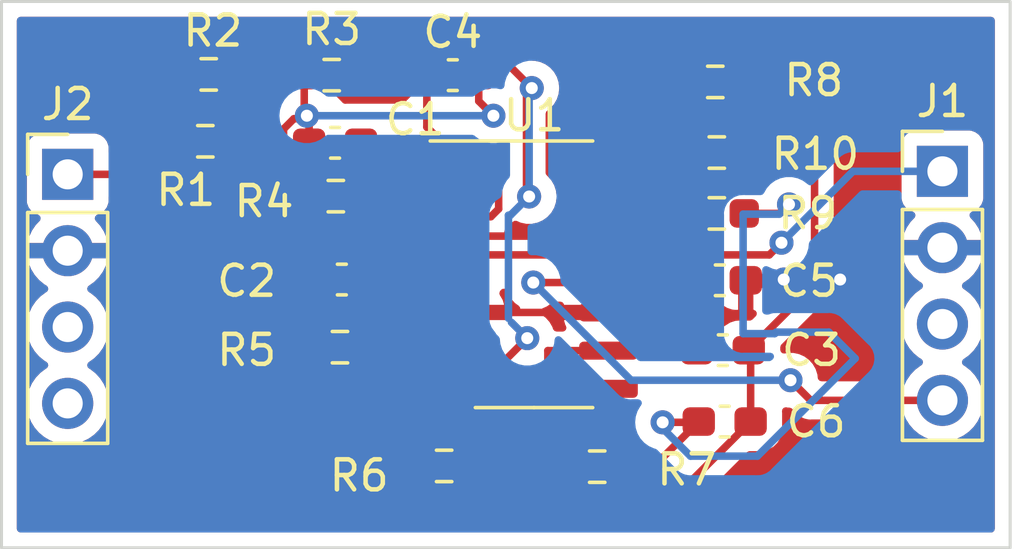
<source format=kicad_pcb>
(kicad_pcb (version 20211014) (generator pcbnew)
  (layers (0 "F.Cu" signal) (31 "B.Cu" signal) (34 "B.Paste" user) (35 "F.Paste" user) (36 "B.SilkS" user "B.Silkscreen") (37 "F.SilkS" user "F.Silkscreen") (38 "B.Mask" user) (39 "F.Mask" user) (44 "Edge.Cuts" user))
  (net 0 "")
  (net 1 "Net-(C1-Pad1)")
  (net 2 "Net-(C1-Pad2)")
  (net 3 "GND")
  (net 4 "+12V")
  (net 5 "-12V")
  (net 6 "Net-(C4-Pad1)")
  (net 7 "Net-(C5-Pad1)")
  (net 8 "Net-(C5-Pad2)")
  (net 9 "Net-(C6-Pad1)")
  (net 11 "Net-(J2-Pad1)")
  (net 14 "Net-(R3-Pad1)")
  (net 15 "Net-(R4-Pad1)")
  (net 16 "Net-(R10-Pad1)")
  (net 17 "Net-(R10-Pad2)")
  (footprint "Capacitor_SMD:C_0603_1608Metric_Pad1.08x0.95mm_HandSolder" (layer "F.Cu") (at 75.425 55.825)
    (fp_text reference "C4" (at 0 -1.43) (layer "F.SilkS"))
    (fp_text value "220pF")
    (fp_line (start -0.146267 -0.51) (end 0.146267 -0.51) (layer "F.SilkS") (width 0.12))
    (fp_line (start -0.146267 0.51) (end 0.146267 0.51) (layer "F.SilkS") (width 0.12))
    (pad "1" smd roundrect (at -0.8625 0) (size 1.075 0.95) (layers "F.Cu" "F.Paste" "F.Mask") (net 6 "Net-(C4-Pad1)"))
    (pad "2" smd roundrect (at 0.8625 0) (size 1.075 0.95) (layers "F.Cu" "F.Paste" "F.Mask") (net 2 "Net-(C1-Pad2)"))
  )
  (footprint "Resistor_SMD:R_0603_1608Metric_Pad0.98x0.95mm_HandSolder" (layer "F.Cu") (at 80.225 68.85 180)
    (fp_text reference "R7" (at -2.975 -0.1) (layer "F.SilkS"))
    (fp_text value "43K")
    (fp_line (start -0.254724 0.5225) (end 0.254724 0.5225) (layer "F.SilkS") (width 0.12))
    (fp_line (start -0.254724 -0.5225) (end 0.254724 -0.5225) (layer "F.SilkS") (width 0.12))
    (pad "1" smd roundrect (at -0.9125 0 180) (size 0.975 0.95) (layers "F.Cu" "F.Paste" "F.Mask") (net 9 "Net-(C6-Pad1)"))
    (pad "2" smd roundrect (at 0.9125 0 180) (size 0.975 0.95) (layers "F.Cu" "F.Paste" "F.Mask") (net 7 "Net-(C5-Pad1)"))
  )
  (footprint "Resistor_SMD:R_0603_1608Metric_Pad0.98x0.95mm_HandSolder" (layer "F.Cu") (at 71.675 64.875 180)
    (fp_text reference "R5" (at 3.1 -0.1) (layer "F.SilkS"))
    (fp_text value "30K")
    (fp_line (start -0.254724 0.5225) (end 0.254724 0.5225) (layer "F.SilkS") (width 0.12))
    (fp_line (start -0.254724 -0.5225) (end 0.254724 -0.5225) (layer "F.SilkS") (width 0.12))
    (pad "1" smd roundrect (at -0.9125 0 180) (size 0.975 0.95) (layers "F.Cu" "F.Paste" "F.Mask") (net 14 "Net-(R3-Pad1)"))
    (pad "2" smd roundrect (at 0.9125 0 180) (size 0.975 0.95) (layers "F.Cu" "F.Paste" "F.Mask") (net 15 "Net-(R4-Pad1)"))
  )
  (footprint "Capacitor_SMD:C_0603_1608Metric_Pad1.08x0.95mm_HandSolder" (layer "F.Cu") (at 84.3 62.65 180)
    (fp_text reference "C3" (at -3.05 -2.325) (layer "F.SilkS"))
    (fp_text value "100nF")
    (fp_line (start -0.146267 -0.51) (end 0.146267 -0.51) (layer "F.SilkS") (width 0.12))
    (fp_line (start -0.146267 0.51) (end 0.146267 0.51) (layer "F.SilkS") (width 0.12))
    (pad "1" smd roundrect (at -0.8625 0 180) (size 1.075 0.95) (layers "F.Cu" "F.Paste" "F.Mask") (net 3 "GND"))
    (pad "2" smd roundrect (at 0.8625 0 180) (size 1.075 0.95) (layers "F.Cu" "F.Paste" "F.Mask") (net 5 "-12V"))
  )
  (footprint "Package_SO:SOIC-14_3.9x8.7mm_P1.27mm" (layer "F.Cu") (at 78.125 62.45)
    (fp_text reference "U1" (at 0 -5.28) (layer "F.SilkS"))
    (fp_text value "TL084")
    (fp_line (start 0 -4.435) (end -3.45 -4.435) (layer "F.SilkS") (width 0.12))
    (fp_line (start 0 4.435) (end -1.95 4.435) (layer "F.SilkS") (width 0.12))
    (fp_line (start 0 4.435) (end 1.95 4.435) (layer "F.SilkS") (width 0.12))
    (fp_line (start 0 -4.435) (end 1.95 -4.435) (layer "F.SilkS") (width 0.12))
    (pad "1" smd roundrect (at -2.475 -3.81) (size 1.95 0.6) (layers "F.Cu" "F.Paste" "F.Mask") (net 6 "Net-(C4-Pad1)"))
    (pad "2" smd roundrect (at -2.475 -2.54) (size 1.95 0.6) (layers "F.Cu" "F.Paste" "F.Mask") (net 1 "Net-(C1-Pad1)"))
    (pad "3" smd roundrect (at -2.475 -1.27) (size 1.95 0.6) (layers "F.Cu" "F.Paste" "F.Mask") (net 3 "GND"))
    (pad "4" smd roundrect (at -2.475 0) (size 1.95 0.6) (layers "F.Cu" "F.Paste" "F.Mask") (net 4 "+12V"))
    (pad "5" smd roundrect (at -2.475 1.27) (size 1.95 0.6) (layers "F.Cu" "F.Paste" "F.Mask") (net 3 "GND"))
    (pad "6" smd roundrect (at -2.475 2.54) (size 1.95 0.6) (layers "F.Cu" "F.Paste" "F.Mask") (net 15 "Net-(R4-Pad1)"))
    (pad "7" smd roundrect (at -2.475 3.81) (size 1.95 0.6) (layers "F.Cu" "F.Paste" "F.Mask") (net 14 "Net-(R3-Pad1)"))
    (pad "8" smd roundrect (at 2.475 3.81) (size 1.95 0.6) (layers "F.Cu" "F.Paste" "F.Mask") (net 9 "Net-(C6-Pad1)"))
    (pad "9" smd roundrect (at 2.475 2.54) (size 1.95 0.6) (layers "F.Cu" "F.Paste" "F.Mask") (net 7 "Net-(C5-Pad1)"))
    (pad "10" smd roundrect (at 2.475 1.27) (size 1.95 0.6) (layers "F.Cu" "F.Paste" "F.Mask") (net 3 "GND"))
    (pad "11" smd roundrect (at 2.475 0) (size 1.95 0.6) (layers "F.Cu" "F.Paste" "F.Mask") (net 5 "-12V"))
    (pad "12" smd roundrect (at 2.475 -1.27) (size 1.95 0.6) (layers "F.Cu" "F.Paste" "F.Mask") (net 3 "GND"))
    (pad "13" smd roundrect (at 2.475 -2.54) (size 1.95 0.6) (layers "F.Cu" "F.Paste" "F.Mask") (net 17 "Net-(R10-Pad2)"))
    (pad "14" smd roundrect (at 2.475 -3.81) (size 1.95 0.6) (layers "F.Cu" "F.Paste" "F.Mask") (net 16 "Net-(R10-Pad1)"))
  )
  (footprint "Resistor_SMD:R_0603_1608Metric_Pad0.98x0.95mm_HandSolder" (layer "F.Cu") (at 67.3125 55.8 180)
    (fp_text reference "R2" (at -0.1375 1.45) (layer "F.SilkS"))
    (fp_text value "43K")
    (fp_line (start -0.254724 -0.5225) (end 0.254724 -0.5225) (layer "F.SilkS") (width 0.12))
    (fp_line (start -0.254724 0.5225) (end 0.254724 0.5225) (layer "F.SilkS") (width 0.12))
    (pad "1" smd roundrect (at -0.9125 0 180) (size 0.975 0.95) (layers "F.Cu" "F.Paste" "F.Mask") (net 6 "Net-(C4-Pad1)"))
    (pad "2" smd roundrect (at 0.9125 0 180) (size 0.975 0.95) (layers "F.Cu" "F.Paste" "F.Mask") (net 1 "Net-(C1-Pad1)"))
  )
  (footprint "Connector_PinHeader_2.54mm:PinHeader_1x04_P2.54mm_Vertical" (layer "F.Cu") (at 91.7 59.025)
    (fp_text reference "J1" (at 0 -2.33) (layer "F.SilkS"))
    (fp_text value "PoweIn")
    (fp_line (start -1.33 0) (end -1.33 -1.33) (layer "F.SilkS") (width 0.12))
    (fp_line (start -1.33 1.27) (end 1.33 1.27) (layer "F.SilkS") (width 0.12))
    (fp_line (start -1.33 -1.33) (end 0 -1.33) (layer "F.SilkS") (width 0.12))
    (fp_line (start 1.33 1.27) (end 1.33 8.95) (layer "F.SilkS") (width 0.12))
    (fp_line (start -1.33 1.27) (end -1.33 8.95) (layer "F.SilkS") (width 0.12))
    (fp_line (start -1.33 8.95) (end 1.33 8.95) (layer "F.SilkS") (width 0.12))
    (pad "1" thru_hole rect (at 0 0) (size 1.7 1.7) (drill 1) (layers *.Cu *.Mask) (net 4 "+12V"))
    (pad "2" thru_hole oval (at 0 2.54) (size 1.7 1.7) (drill 1) (layers *.Cu *.Mask) (net 3 "GND"))
    (pad "3" thru_hole oval (at 0 5.08) (size 1.7 1.7) (drill 1) (layers *.Cu *.Mask))
    (pad "4" thru_hole oval (at 0 7.62) (size 1.7 1.7) (drill 1) (layers *.Cu *.Mask) (net 5 "-12V"))
  )
  (footprint "Resistor_SMD:R_0603_1608Metric_Pad0.98x0.95mm_HandSolder" (layer "F.Cu") (at 71.5375 59.85)
    (fp_text reference "R4" (at -2.3875 0.175) (layer "F.SilkS"))
    (fp_text value "43K")
    (fp_line (start -0.254724 0.5225) (end 0.254724 0.5225) (layer "F.SilkS") (width 0.12))
    (fp_line (start -0.254724 -0.5225) (end 0.254724 -0.5225) (layer "F.SilkS") (width 0.12))
    (pad "1" smd roundrect (at -0.9125 0) (size 0.975 0.95) (layers "F.Cu" "F.Paste" "F.Mask") (net 15 "Net-(R4-Pad1)"))
    (pad "2" smd roundrect (at 0.9125 0) (size 0.975 0.95) (layers "F.Cu" "F.Paste" "F.Mask") (net 6 "Net-(C4-Pad1)"))
  )
  (footprint "Resistor_SMD:R_0603_1608Metric_Pad0.98x0.95mm_HandSolder" (layer "F.Cu") (at 84.15 56.05)
    (fp_text reference "R8" (at 3.275 -0.05) (layer "F.SilkS"))
    (fp_text value "16k")
    (fp_line (start -0.254724 0.5225) (end 0.254724 0.5225) (layer "F.SilkS") (width 0.12))
    (fp_line (start -0.254724 -0.5225) (end 0.254724 -0.5225) (layer "F.SilkS") (width 0.12))
    (pad "1" smd roundrect (at -0.9125 0) (size 0.975 0.95) (layers "F.Cu" "F.Paste" "F.Mask") (net 16 "Net-(R10-Pad1)"))
    (pad "2" smd roundrect (at 0.9125 0) (size 0.975 0.95) (layers "F.Cu" "F.Paste" "F.Mask") (net 8 "Net-(C5-Pad2)"))
  )
  (footprint "Capacitor_SMD:C_0603_1608Metric_Pad1.08x0.95mm_HandSolder" (layer "F.Cu") (at 84.4625 67.35)
    (fp_text reference "C6" (at 3.0375 0) (layer "F.SilkS"))
    (fp_text value "220pF")
    (fp_line (start -0.146267 -0.51) (end 0.146267 -0.51) (layer "F.SilkS") (width 0.12))
    (fp_line (start -0.146267 0.51) (end 0.146267 0.51) (layer "F.SilkS") (width 0.12))
    (pad "1" smd roundrect (at -0.8625 0) (size 1.075 0.95) (layers "F.Cu" "F.Paste" "F.Mask") (net 9 "Net-(C6-Pad1)"))
    (pad "2" smd roundrect (at 0.8625 0) (size 1.075 0.95) (layers "F.Cu" "F.Paste" "F.Mask") (net 8 "Net-(C5-Pad2)"))
  )
  (footprint "Connector_PinHeader_2.54mm:PinHeader_1x04_P2.54mm_Vertical" (layer "F.Cu") (at 62.625 59.125)
    (fp_text reference "J2" (at 0 -2.33) (layer "F.SilkS"))
    (fp_text value "PoweIn")
    (fp_line (start 1.33 1.27) (end 1.33 8.95) (layer "F.SilkS") (width 0.12))
    (fp_line (start -1.33 1.27) (end 1.33 1.27) (layer "F.SilkS") (width 0.12))
    (fp_line (start -1.33 1.27) (end -1.33 8.95) (layer "F.SilkS") (width 0.12))
    (fp_line (start -1.33 -1.33) (end 0 -1.33) (layer "F.SilkS") (width 0.12))
    (fp_line (start -1.33 8.95) (end 1.33 8.95) (layer "F.SilkS") (width 0.12))
    (fp_line (start -1.33 0) (end -1.33 -1.33) (layer "F.SilkS") (width 0.12))
    (pad "1" thru_hole rect (at 0 0) (size 1.7 1.7) (drill 1) (layers *.Cu *.Mask) (net 11 "Net-(J2-Pad1)"))
    (pad "2" thru_hole oval (at 0 2.54) (size 1.7 1.7) (drill 1) (layers *.Cu *.Mask) (net 3 "GND"))
    (pad "3" thru_hole oval (at 0 5.08) (size 1.7 1.7) (drill 1) (layers *.Cu *.Mask))
    (pad "4" thru_hole oval (at 0 7.62) (size 1.7 1.7) (drill 1) (layers *.Cu *.Mask))
  )
  (footprint "Capacitor_SMD:C_0603_1608Metric_Pad1.08x0.95mm_HandSolder" (layer "F.Cu") (at 71.5125 58.075 180)
    (fp_text reference "C1" (at -2.6625 0.775) (layer "F.SilkS"))
    (fp_text value "220pF")
    (fp_line (start -0.146267 -0.51) (end 0.146267 -0.51) (layer "F.SilkS") (width 0.12))
    (fp_line (start -0.146267 0.51) (end 0.146267 0.51) (layer "F.SilkS") (width 0.12))
    (pad "1" smd roundrect (at -0.8625 0 180) (size 1.075 0.95) (layers "F.Cu" "F.Paste" "F.Mask") (net 1 "Net-(C1-Pad1)"))
    (pad "2" smd roundrect (at 0.8625 0 180) (size 1.075 0.95) (layers "F.Cu" "F.Paste" "F.Mask") (net 2 "Net-(C1-Pad2)"))
  )
  (footprint "Resistor_SMD:R_0603_1608Metric_Pad0.98x0.95mm_HandSolder" (layer "F.Cu") (at 71.4 55.825 180)
    (fp_text reference "R3" (at 0 1.525) (layer "F.SilkS"))
    (fp_text value "16k")
    (fp_line (start -0.254724 0.5225) (end 0.254724 0.5225) (layer "F.SilkS") (width 0.12))
    (fp_line (start -0.254724 -0.5225) (end 0.254724 -0.5225) (layer "F.SilkS") (width 0.12))
    (pad "1" smd roundrect (at -0.9125 0 180) (size 0.975 0.95) (layers "F.Cu" "F.Paste" "F.Mask") (net 14 "Net-(R3-Pad1)"))
    (pad "2" smd roundrect (at 0.9125 0 180) (size 0.975 0.95) (layers "F.Cu" "F.Paste" "F.Mask") (net 2 "Net-(C1-Pad2)"))
  )
  (footprint "Resistor_SMD:R_0603_1608Metric_Pad0.98x0.95mm_HandSolder" (layer "F.Cu") (at 84.2 60.425)
    (fp_text reference "R9" (at 3.025 0) (layer "F.SilkS"))
    (fp_text value "43K")
    (fp_line (start -0.254724 -0.5225) (end 0.254724 -0.5225) (layer "F.SilkS") (width 0.12))
    (fp_line (start -0.254724 0.5225) (end 0.254724 0.5225) (layer "F.SilkS") (width 0.12))
    (pad "1" smd roundrect (at -0.9125 0) (size 0.975 0.95) (layers "F.Cu" "F.Paste" "F.Mask") (net 17 "Net-(R10-Pad2)"))
    (pad "2" smd roundrect (at 0.9125 0) (size 0.975 0.95) (layers "F.Cu" "F.Paste" "F.Mask") (net 9 "Net-(C6-Pad1)"))
  )
  (footprint "Capacitor_SMD:C_0603_1608Metric_Pad1.08x0.95mm_HandSolder" (layer "F.Cu") (at 71.7375 62.625)
    (fp_text reference "C2" (at -3.1625 0.05) (layer "F.SilkS"))
    (fp_text value "100nf")
    (fp_line (start -0.146267 0.51) (end 0.146267 0.51) (layer "F.SilkS") (width 0.12))
    (fp_line (start -0.146267 -0.51) (end 0.146267 -0.51) (layer "F.SilkS") (width 0.12))
    (pad "1" smd roundrect (at -0.8625 0) (size 1.075 0.95) (layers "F.Cu" "F.Paste" "F.Mask") (net 3 "GND"))
    (pad "2" smd roundrect (at 0.8625 0) (size 1.075 0.95) (layers "F.Cu" "F.Paste" "F.Mask") (net 4 "+12V"))
  )
  (footprint "Resistor_SMD:R_0603_1608Metric_Pad0.98x0.95mm_HandSolder" (layer "F.Cu") (at 67.2 58.025 180)
    (fp_text reference "R1" (at 0.65 -1.625 180) (layer "F.SilkS"))
    (fp_text value "43K")
    (fp_line (start -0.254724 -0.5225) (end 0.254724 -0.5225) (layer "F.SilkS") (width 0.12))
    (fp_line (start -0.254724 0.5225) (end 0.254724 0.5225) (layer "F.SilkS") (width 0.12))
    (pad "1" smd roundrect (at -0.9125 0 180) (size 0.975 0.95) (layers "F.Cu" "F.Paste" "F.Mask") (net 2 "Net-(C1-Pad2)"))
    (pad "2" smd roundrect (at 0.9125 0 180) (size 0.975 0.95) (layers "F.Cu" "F.Paste" "F.Mask") (net 11 "Net-(J2-Pad1)"))
  )
  (footprint "Resistor_SMD:R_0603_1608Metric_Pad0.98x0.95mm_HandSolder" (layer "F.Cu") (at 75.1375 68.825 180)
    (fp_text reference "R6" (at 2.825 -0.325) (layer "F.SilkS"))
    (fp_text value "43K")
    (fp_line (start -0.254724 0.5225) (end 0.254724 0.5225) (layer "F.SilkS") (width 0.12))
    (fp_line (start -0.254724 -0.5225) (end 0.254724 -0.5225) (layer "F.SilkS") (width 0.12))
    (pad "1" smd roundrect (at -0.9125 0 180) (size 0.975 0.95) (layers "F.Cu" "F.Paste" "F.Mask") (net 8 "Net-(C5-Pad2)"))
    (pad "2" smd roundrect (at 0.9125 0 180) (size 0.975 0.95) (layers "F.Cu" "F.Paste" "F.Mask") (net 14 "Net-(R3-Pad1)"))
  )
  (footprint "Capacitor_SMD:C_0603_1608Metric_Pad1.08x0.95mm_HandSolder" (layer "F.Cu") (at 84.4 64.975)
    (fp_text reference "C5" (at 2.85 -2.3) (layer "F.SilkS"))
    (fp_text value "220pF")
    (fp_line (start -0.146267 -0.51) (end 0.146267 -0.51) (layer "F.SilkS") (width 0.12))
    (fp_line (start -0.146267 0.51) (end 0.146267 0.51) (layer "F.SilkS") (width 0.12))
    (pad "1" smd roundrect (at -0.8625 0) (size 1.075 0.95) (layers "F.Cu" "F.Paste" "F.Mask") (net 7 "Net-(C5-Pad1)"))
    (pad "2" smd roundrect (at 0.8625 0) (size 1.075 0.95) (layers "F.Cu" "F.Paste" "F.Mask") (net 8 "Net-(C5-Pad2)"))
  )
  (footprint "Resistor_SMD:R_0603_1608Metric_Pad0.98x0.95mm_HandSolder" (layer "F.Cu") (at 84.2 58.4)
    (fp_text reference "R10" (at 3.275 0.05) (layer "F.SilkS"))
    (fp_text value "30K")
    (fp_line (start -0.254724 0.5225) (end 0.254724 0.5225) (layer "F.SilkS") (width 0.12))
    (fp_line (start -0.254724 -0.5225) (end 0.254724 -0.5225) (layer "F.SilkS") (width 0.12))
    (pad "1" smd roundrect (at -0.9125 0) (size 0.975 0.95) (layers "F.Cu" "F.Paste" "F.Mask") (net 16 "Net-(R10-Pad1)"))
    (pad "2" smd roundrect (at 0.9125 0) (size 0.975 0.95) (layers "F.Cu" "F.Paste" "F.Mask") (net 17 "Net-(R10-Pad2)"))
  )
  (gr_rect (start 60.425 71.55) (end 93.95 53.375) (layer "Edge.Cuts") (width 0.1) (fill none))
  (segment (start 75.273928 59.91) (end 73.438928 58.075) (width 0.25) (layer "F.Cu") (net 1))
  (segment (start 67.09952 58.316303) (end 67.833697 59.05048) (width 0.25) (layer "F.Cu") (net 1))
  (segment (start 66.4 55.8) (end 67.09952 56.49952) (width 0.25) (layer "F.Cu") (net 1))
  (segment (start 67.833697 59.05048) (end 71.39952 59.05048) (width 0.25) (layer "F.Cu") (net 1))
  (segment (start 73.438928 58.075) (end 72.375 58.075) (width 0.25) (layer "F.Cu") (net 1))
  (segment (start 71.39952 59.05048) (end 72.375 58.075) (width 0.25) (layer "F.Cu") (net 1))
  (segment (start 67.09952 56.49952) (end 67.09952 58.316303) (width 0.25) (layer "F.Cu") (net 1))
  (segment (start 69.8 57.617676) (end 69.8 58.075) (width 0.25) (layer "F.Cu") (net 2))
  (segment (start 70.142204 57.275472) (end 69.8 57.617676) (width 0.25) (layer "F.Cu") (net 2))
  (segment (start 70.575 57.225) (end 70.625472 57.275472) (width 0.25) (layer "F.Cu") (net 2))
  (segment (start 76.2875 56.6875) (end 76.775 57.175) (width 0.25) (layer "F.Cu") (net 2))
  (segment (start 70.65 57.3) (end 70.575 57.225) (width 0.25) (layer "F.Cu") (net 2))
  (segment (start 68.025 58.025) (end 69.75 58.025) (width 0.25) (layer "F.Cu") (net 2))
  (segment (start 70.4875 55.825) (end 70.4875 57.1375) (width 0.25) (layer "F.Cu") (net 2))
  (segment (start 70.4875 57.1375) (end 70.575 57.225) (width 0.25) (layer "F.Cu") (net 2))
  (segment (start 69.75 58.025) (end 69.8 58.075) (width 0.25) (layer "F.Cu") (net 2))
  (segment (start 70.625472 57.275472) (end 70.142204 57.275472) (width 0.25) (layer "F.Cu") (net 2))
  (segment (start 76.2875 55.825) (end 76.2875 56.6875) (width 0.25) (layer "F.Cu") (net 2))
  (segment (start 70.65 58.075) (end 70.65 57.3) (width 0.25) (layer "F.Cu") (net 2))
  (via (at 70.575 57.175) (size 0.8) (drill 0.4) (layers "F.Cu" "B.Cu") (net 2))
  (via (at 76.775 57.175) (size 0.8) (drill 0.4) (layers "F.Cu" "B.Cu") (net 2))
  (segment (start 76.775 57.175) (end 70.575 57.175) (width 0.25) (layer "B.Cu") (net 2))
  (segment (start 75.65 63.72) (end 80.6 63.72) (width 0.25) (layer "F.Cu") (net 3))
  (segment (start 75.65 61.18) (end 72.32 61.18) (width 0.25) (layer "F.Cu") (net 3))
  (segment (start 80.6 61.18) (end 75.65 61.18) (width 0.25) (layer "F.Cu") (net 3))
  (segment (start 70.875 62.625) (end 71.67452 63.42452) (width 0.25) (layer "F.Cu") (net 3))
  (segment (start 91.7 61.565) (end 89.235 61.565) (width 0.25) (layer "F.Cu") (net 3))
  (segment (start 75.35452 63.42452) (end 75.65 63.72) (width 0.25) (layer "F.Cu") (net 3))
  (segment (start 88.3 62.5) (end 88.3 62.625) (width 0.25) (layer "F.Cu") (net 3))
  (segment (start 71.67452 63.42452) (end 75.35452 63.42452) (width 0.25) (layer "F.Cu") (net 3))
  (segment (start 72.32 61.18) (end 70.875 62.625) (width 0.25) (layer "F.Cu") (net 3))
  (segment (start 89.235 61.565) (end 88.3 62.5) (width 0.25) (layer "F.Cu") (net 3))
  (via (at 88.3 62.625) (size 0.8) (drill 0.4) (layers "F.Cu" "B.Cu") (net 3))
  (via (at 86.425 62.625) (size 0.8) (drill 0.4) (layers "F.Cu" "B.Cu") (net 3))
  (segment (start 88.3 62.625) (end 86.425 62.625) (width 0.25) (layer "B.Cu") (net 3))
  (segment (start 72.6 62.625) (end 75.475 62.625) (width 0.25) (layer "F.Cu") (net 4))
  (segment (start 76.29548 61.80452) (end 85.94548 61.80452) (width 0.25) (layer "F.Cu") (net 4))
  (segment (start 85.94548 61.80452) (end 86.35 61.4) (width 0.25) (layer "F.Cu") (net 4))
  (segment (start 75.65 62.45) (end 76.29548 61.80452) (width 0.25) (layer "F.Cu") (net 4))
  (via (at 86.35 61.4) (size 0.8) (drill 0.4) (layers "F.Cu" "B.Cu") (net 4))
  (segment (start 88.725 59.025) (end 91.7 59.025) (width 0.25) (layer "B.Cu") (net 4))
  (segment (start 86.35 61.4) (end 88.725 59.025) (width 0.25) (layer "B.Cu") (net 4))
  (segment (start 80.6 62.45) (end 80.8 62.65) (width 0.25) (layer "F.Cu") (net 5))
  (segment (start 78.1 62.725) (end 80.325 62.725) (width 0.25) (layer "F.Cu") (net 5))
  (segment (start 80.8 62.65) (end 83.4375 62.65) (width 0.25) (layer "F.Cu") (net 5))
  (segment (start 80.325 62.725) (end 80.6 62.45) (width 0.25) (layer "F.Cu") (net 5))
  (segment (start 87.32 66.645) (end 86.65 65.975) (width 0.25) (layer "F.Cu") (net 5))
  (segment (start 87.32 66.645) (end 91.7 66.645) (width 0.25) (layer "F.Cu") (net 5))
  (via (at 86.65 65.975) (size 0.8) (drill 0.4) (layers "F.Cu" "B.Cu") (net 5))
  (via (at 78.1 62.725) (size 0.8) (drill 0.4) (layers "F.Cu" "B.Cu") (net 5))
  (segment (start 81.35 65.975) (end 78.1 62.725) (width 0.25) (layer "B.Cu") (net 5))
  (segment (start 86.65 65.975) (end 81.35 65.975) (width 0.25) (layer "B.Cu") (net 5))
  (segment (start 76.026072 58.64) (end 76.94952 59.563448) (width 0.25) (layer "F.Cu") (net 6))
  (segment (start 76.69048 60.53452) (end 73.13452 60.53452) (width 0.25) (layer "F.Cu") (net 6))
  (segment (start 76.94952 59.563448) (end 76.94952 60.27548) (width 0.25) (layer "F.Cu") (net 6))
  (segment (start 74.5625 55.825) (end 74.5625 57.5525) (width 0.25) (layer "F.Cu") (net 6))
  (segment (start 68.225 55.8) (end 68.99952 55.02548) (width 0.25) (layer "F.Cu") (net 6))
  (segment (start 71.85 56.65) (end 73.7375 56.65) (width 0.25) (layer "F.Cu") (net 6))
  (segment (start 70.970296 55.02548) (end 71.50048 55.555664) (width 0.25) (layer "F.Cu") (net 6))
  (segment (start 74.5625 57.5525) (end 75.65 58.64) (width 0.25) (layer "F.Cu") (net 6))
  (segment (start 76.94952 60.27548) (end 76.69048 60.53452) (width 0.25) (layer "F.Cu") (net 6))
  (segment (start 73.13452 60.53452) (end 72.701701 60.101701) (width 0.25) (layer "F.Cu") (net 6))
  (segment (start 68.99952 55.02548) (end 70.970296 55.02548) (width 0.25) (layer "F.Cu") (net 6))
  (segment (start 71.50048 55.555664) (end 71.50048 56.30048) (width 0.25) (layer "F.Cu") (net 6))
  (segment (start 71.50048 56.30048) (end 71.85 56.65) (width 0.25) (layer "F.Cu") (net 6))
  (segment (start 73.7375 56.65) (end 74.5625 55.825) (width 0.25) (layer "F.Cu") (net 6))
  (segment (start 80.6 64.99) (end 83.5225 64.99) (width 0.25) (layer "F.Cu") (net 7))
  (segment (start 78.585 68.1225) (end 79.3125 68.85) (width 0.25) (layer "F.Cu") (net 7))
  (segment (start 78.585 64.99) (end 78.585 68.1225) (width 0.25) (layer "F.Cu") (net 7))
  (segment (start 80.6 64.99) (end 78.585 64.99) (width 0.25) (layer "F.Cu") (net 7))
  (segment (start 85.0625 56.05) (end 87.45 58.4375) (width 0.25) (layer "F.Cu") (net 8))
  (segment (start 76.05 68.825) (end 76.87452 69.64952) (width 0.25) (layer "F.Cu") (net 8))
  (segment (start 76.87452 69.64952) (end 83.02548 69.64952) (width 0.25) (layer "F.Cu") (net 8))
  (segment (start 87.45 62.7875) (end 85.2625 64.975) (width 0.25) (layer "F.Cu") (net 8))
  (segment (start 85.325 67.35) (end 85.325 65.0375) (width 0.25) (layer "F.Cu") (net 8))
  (segment (start 87.45 58.4375) (end 87.45 62.7875) (width 0.25) (layer "F.Cu") (net 8))
  (segment (start 83.02548 69.64952) (end 85.325 67.35) (width 0.25) (layer "F.Cu") (net 8))
  (segment (start 82.1 68.85) (end 83.6 67.35) (width 0.25) (layer "F.Cu") (net 9))
  (segment (start 82.4 67.375) (end 83.575 67.375) (width 0.25) (layer "F.Cu") (net 9))
  (segment (start 81.1375 66.7975) (end 80.6 66.26) (width 0.25) (layer "F.Cu") (net 9))
  (segment (start 81.1375 68.85) (end 81.1375 66.7975) (width 0.25) (layer "F.Cu") (net 9))
  (segment (start 86.300402 60.425) (end 86.600201 60.125201) (width 0.25) (layer "F.Cu") (net 9))
  (segment (start 85.1125 60.425) (end 86.300402 60.425) (width 0.25) (layer "F.Cu") (net 9))
  (segment (start 81.1375 68.85) (end 82.1 68.85) (width 0.25) (layer "F.Cu") (net 9))
  (via (at 86.600201 60.125201) (size 0.8) (drill 0.4) (layers "F.Cu" "B.Cu") (net 9))
  (via (at 82.4 67.375) (size 0.8) (drill 0.4) (layers "F.Cu" "B.Cu") (net 9))
  (segment (start 85.075 64.425) (end 85.075 60.45) (width 0.25) (layer "B.Cu") (net 9))
  (segment (start 82.4 67.575) (end 83.325 68.5) (width 0.25) (layer "B.Cu") (net 9))
  (segment (start 85.075 60.45) (end 86.275402 60.45) (width 0.25) (layer "B.Cu") (net 9))
  (segment (start 83.325 68.5) (end 85.55 68.5) (width 0.25) (layer "B.Cu") (net 9))
  (segment (start 82.4 67.375) (end 82.4 67.575) (width 0.25) (layer "B.Cu") (net 9))
  (segment (start 86.275402 60.45) (end 86.600201 60.125201) (width 0.25) (layer "B.Cu") (net 9))
  (segment (start 86.124614 64.425) (end 85.075 64.425) (width 0.25) (layer "B.Cu") (net 9))
  (segment (start 87.925 64.375) (end 86.174614 64.375) (width 0.25) (layer "B.Cu") (net 9))
  (segment (start 86.174614 64.375) (end 86.124614 64.425) (width 0.25) (layer "B.Cu") (net 9))
  (segment (start 88.8 65.25) (end 87.925 64.375) (width 0.25) (layer "B.Cu") (net 9))
  (segment (start 85.55 68.5) (end 88.8 65.25) (width 0.25) (layer "B.Cu") (net 9))
  (segment (start 65.275 59.125) (end 66.375 58.025) (width 0.25) (layer "F.Cu") (net 11))
  (segment (start 62.625 59.125) (end 65.275 59.125) (width 0.25) (layer "F.Cu") (net 11))
  (segment (start 73.11202 55.02548) (end 76.820296 55.02548) (width 0.25) (layer "F.Cu") (net 14))
  (segment (start 74.225 68.825) (end 74.225 67.685) (width 0.25) (layer "F.Cu") (net 14))
  (segment (start 77.9 64.575) (end 76.215 66.26) (width 0.25) (layer "F.Cu") (net 14))
  (segment (start 74.225 67.685) (end 75.65 66.26) (width 0.25) (layer "F.Cu") (net 14))
  (segment (start 77.875 56.180184) (end 77.875 59.7) (width 0.25) (layer "F.Cu") (net 14))
  (segment (start 76.820296 55.02548) (end 78.05 56.255184) (width 0.25) (layer "F.Cu") (net 14))
  (segment (start 72.5875 64.875) (end 73.9725 66.26) (width 0.25) (layer "F.Cu") (net 14))
  (segment (start 72.3125 55.825) (end 73.11202 55.02548) (width 0.25) (layer "F.Cu") (net 14))
  (segment (start 73.9725 66.26) (end 75.65 66.26) (width 0.25) (layer "F.Cu") (net 14))
  (via (at 77.9 64.575) (size 0.8) (drill 0.4) (layers "F.Cu" "B.Cu") (net 14))
  (via (at 77.9625 59.8625) (size 0.8) (drill 0.4) (layers "F.Cu" "B.Cu") (net 14))
  (via (at 78.05 56.255184) (size 0.8) (drill 0.4) (layers "F.Cu" "B.Cu") (net 14))
  (segment (start 77.9625 59.8625) (end 77.337989 60.487011) (width 0.25) (layer "B.Cu") (net 14))
  (segment (start 77.9625 56.342684) (end 78.05 56.255184) (width 0.25) (layer "B.Cu") (net 14))
  (segment (start 77.375489 64.050489) (end 77.9 64.575) (width 0.25) (layer "B.Cu") (net 14))
  (segment (start 77.9625 59.8625) (end 77.9625 56.342684) (width 0.25) (layer "B.Cu") (net 14))
  (segment (start 77.337989 60.487011) (end 77.275 60.487011) (width 0.25) (layer "B.Cu") (net 14))
  (segment (start 77.275 60.487011) (end 77.275 63.912989) (width 0.25) (layer "B.Cu") (net 14))
  (segment (start 73.070296 64.07548) (end 71.56202 64.07548) (width 0.25) (layer "F.Cu") (net 15))
  (segment (start 71.56202 64.07548) (end 70.7625 64.875) (width 0.25) (layer "F.Cu") (net 15))
  (segment (start 70.01298 60.46202) (end 70.01298 64.12548) (width 0.25) (layer "F.Cu") (net 15))
  (segment (start 70.625 59.85) (end 70.01298 60.46202) (width 0.25) (layer "F.Cu") (net 15))
  (segment (start 75.65 64.99) (end 73.984816 64.99) (width 0.25) (layer "F.Cu") (net 15))
  (segment (start 70.01298 64.12548) (end 70.7625 64.875) (width 0.25) (layer "F.Cu") (net 15))
  (segment (start 73.984816 64.99) (end 73.070296 64.07548) (width 0.25) (layer "F.Cu") (net 15))
  (segment (start 83.2875 58.4) (end 83.2875 56.1) (width 0.25) (layer "F.Cu") (net 16))
  (segment (start 80.6 58.64) (end 83.0475 58.64) (width 0.25) (layer "F.Cu") (net 16))
  (segment (start 82.7725 59.91) (end 83.2875 60.425) (width 0.25) (layer "F.Cu") (net 17))
  (segment (start 85.1125 58.6) (end 83.2875 60.425) (width 0.25) (layer "F.Cu") (net 17))
  (segment (start 80.6 59.91) (end 82.7725 59.91) (width 0.25) (layer "F.Cu") (net 17))
  (zone (net 3) (net_name "GND") (layers F&B.Cu) (connect_pads (clearance 0.508)) (min_thickness 0.254) (fill yes (thermal_gap 0.508) (thermal_bridge_width 0.508))
    (polygon (pts (xy 93.9 71.55) (xy 60.425 71.55) (xy 60.425 71.5) (xy 60.4 53.35) (xy 93.95 53.35)))
  )
)
</source>
